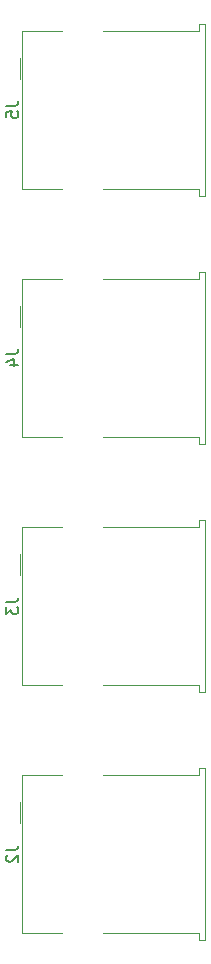
<source format=gbr>
%TF.GenerationSoftware,KiCad,Pcbnew,7.0.7*%
%TF.CreationDate,2024-02-11T16:58:00-05:00*%
%TF.ProjectId,HS8836A_USB_hub,48533838-3336-4415-9f55-53425f687562,rev?*%
%TF.SameCoordinates,Original*%
%TF.FileFunction,Legend,Bot*%
%TF.FilePolarity,Positive*%
%FSLAX46Y46*%
G04 Gerber Fmt 4.6, Leading zero omitted, Abs format (unit mm)*
G04 Created by KiCad (PCBNEW 7.0.7) date 2024-02-11 16:58:00*
%MOMM*%
%LPD*%
G01*
G04 APERTURE LIST*
%ADD10C,0.150000*%
%ADD11C,0.120000*%
G04 APERTURE END LIST*
D10*
X142104819Y-79466666D02*
X142819104Y-79466666D01*
X142819104Y-79466666D02*
X142961961Y-79419047D01*
X142961961Y-79419047D02*
X143057200Y-79323809D01*
X143057200Y-79323809D02*
X143104819Y-79180952D01*
X143104819Y-79180952D02*
X143104819Y-79085714D01*
X142438152Y-80371428D02*
X143104819Y-80371428D01*
X142057200Y-80133333D02*
X142771485Y-79895238D01*
X142771485Y-79895238D02*
X142771485Y-80514285D01*
X142104819Y-58466666D02*
X142819104Y-58466666D01*
X142819104Y-58466666D02*
X142961961Y-58419047D01*
X142961961Y-58419047D02*
X143057200Y-58323809D01*
X143057200Y-58323809D02*
X143104819Y-58180952D01*
X143104819Y-58180952D02*
X143104819Y-58085714D01*
X142104819Y-59419047D02*
X142104819Y-58942857D01*
X142104819Y-58942857D02*
X142581009Y-58895238D01*
X142581009Y-58895238D02*
X142533390Y-58942857D01*
X142533390Y-58942857D02*
X142485771Y-59038095D01*
X142485771Y-59038095D02*
X142485771Y-59276190D01*
X142485771Y-59276190D02*
X142533390Y-59371428D01*
X142533390Y-59371428D02*
X142581009Y-59419047D01*
X142581009Y-59419047D02*
X142676247Y-59466666D01*
X142676247Y-59466666D02*
X142914342Y-59466666D01*
X142914342Y-59466666D02*
X143009580Y-59419047D01*
X143009580Y-59419047D02*
X143057200Y-59371428D01*
X143057200Y-59371428D02*
X143104819Y-59276190D01*
X143104819Y-59276190D02*
X143104819Y-59038095D01*
X143104819Y-59038095D02*
X143057200Y-58942857D01*
X143057200Y-58942857D02*
X143009580Y-58895238D01*
X142104819Y-100466666D02*
X142819104Y-100466666D01*
X142819104Y-100466666D02*
X142961961Y-100419047D01*
X142961961Y-100419047D02*
X143057200Y-100323809D01*
X143057200Y-100323809D02*
X143104819Y-100180952D01*
X143104819Y-100180952D02*
X143104819Y-100085714D01*
X142104819Y-100847619D02*
X142104819Y-101466666D01*
X142104819Y-101466666D02*
X142485771Y-101133333D01*
X142485771Y-101133333D02*
X142485771Y-101276190D01*
X142485771Y-101276190D02*
X142533390Y-101371428D01*
X142533390Y-101371428D02*
X142581009Y-101419047D01*
X142581009Y-101419047D02*
X142676247Y-101466666D01*
X142676247Y-101466666D02*
X142914342Y-101466666D01*
X142914342Y-101466666D02*
X143009580Y-101419047D01*
X143009580Y-101419047D02*
X143057200Y-101371428D01*
X143057200Y-101371428D02*
X143104819Y-101276190D01*
X143104819Y-101276190D02*
X143104819Y-100990476D01*
X143104819Y-100990476D02*
X143057200Y-100895238D01*
X143057200Y-100895238D02*
X143009580Y-100847619D01*
X142104819Y-121466666D02*
X142819104Y-121466666D01*
X142819104Y-121466666D02*
X142961961Y-121419047D01*
X142961961Y-121419047D02*
X143057200Y-121323809D01*
X143057200Y-121323809D02*
X143104819Y-121180952D01*
X143104819Y-121180952D02*
X143104819Y-121085714D01*
X142200057Y-121895238D02*
X142152438Y-121942857D01*
X142152438Y-121942857D02*
X142104819Y-122038095D01*
X142104819Y-122038095D02*
X142104819Y-122276190D01*
X142104819Y-122276190D02*
X142152438Y-122371428D01*
X142152438Y-122371428D02*
X142200057Y-122419047D01*
X142200057Y-122419047D02*
X142295295Y-122466666D01*
X142295295Y-122466666D02*
X142390533Y-122466666D01*
X142390533Y-122466666D02*
X142533390Y-122419047D01*
X142533390Y-122419047D02*
X143104819Y-121847619D01*
X143104819Y-121847619D02*
X143104819Y-122466666D01*
D11*
%TO.C,J4*%
X143460000Y-86460000D02*
X146790000Y-86460000D01*
X158420000Y-73140000D02*
X150310000Y-73140000D01*
X143240000Y-75400000D02*
X143240000Y-77200000D01*
X158420000Y-73140000D02*
X158420000Y-72490000D01*
X143460000Y-73140000D02*
X143460000Y-86460000D01*
X158940000Y-87110000D02*
X158420000Y-87110000D01*
X158420000Y-87110000D02*
X158420000Y-86460000D01*
X158420000Y-72490000D02*
X158940000Y-72490000D01*
X150310000Y-86460000D02*
X158420000Y-86460000D01*
X158940000Y-72490000D02*
X158940000Y-87110000D01*
X143460000Y-73140000D02*
X146790000Y-73140000D01*
%TO.C,J5*%
X143460000Y-52140000D02*
X146790000Y-52140000D01*
X158940000Y-51490000D02*
X158940000Y-66110000D01*
X150310000Y-65460000D02*
X158420000Y-65460000D01*
X158420000Y-51490000D02*
X158940000Y-51490000D01*
X158420000Y-66110000D02*
X158420000Y-65460000D01*
X158940000Y-66110000D02*
X158420000Y-66110000D01*
X143460000Y-52140000D02*
X143460000Y-65460000D01*
X158420000Y-52140000D02*
X158420000Y-51490000D01*
X143240000Y-54400000D02*
X143240000Y-56200000D01*
X158420000Y-52140000D02*
X150310000Y-52140000D01*
X143460000Y-65460000D02*
X146790000Y-65460000D01*
%TO.C,J3*%
X143460000Y-107460000D02*
X146790000Y-107460000D01*
X158420000Y-94140000D02*
X150310000Y-94140000D01*
X143240000Y-96400000D02*
X143240000Y-98200000D01*
X158420000Y-94140000D02*
X158420000Y-93490000D01*
X143460000Y-94140000D02*
X143460000Y-107460000D01*
X158940000Y-108110000D02*
X158420000Y-108110000D01*
X158420000Y-108110000D02*
X158420000Y-107460000D01*
X158420000Y-93490000D02*
X158940000Y-93490000D01*
X150310000Y-107460000D02*
X158420000Y-107460000D01*
X158940000Y-93490000D02*
X158940000Y-108110000D01*
X143460000Y-94140000D02*
X146790000Y-94140000D01*
%TO.C,J2*%
X143460000Y-115140000D02*
X146790000Y-115140000D01*
X158940000Y-114490000D02*
X158940000Y-129110000D01*
X150310000Y-128460000D02*
X158420000Y-128460000D01*
X158420000Y-114490000D02*
X158940000Y-114490000D01*
X158420000Y-129110000D02*
X158420000Y-128460000D01*
X158940000Y-129110000D02*
X158420000Y-129110000D01*
X143460000Y-115140000D02*
X143460000Y-128460000D01*
X158420000Y-115140000D02*
X158420000Y-114490000D01*
X143240000Y-117400000D02*
X143240000Y-119200000D01*
X158420000Y-115140000D02*
X150310000Y-115140000D01*
X143460000Y-128460000D02*
X146790000Y-128460000D01*
%TD*%
M02*

</source>
